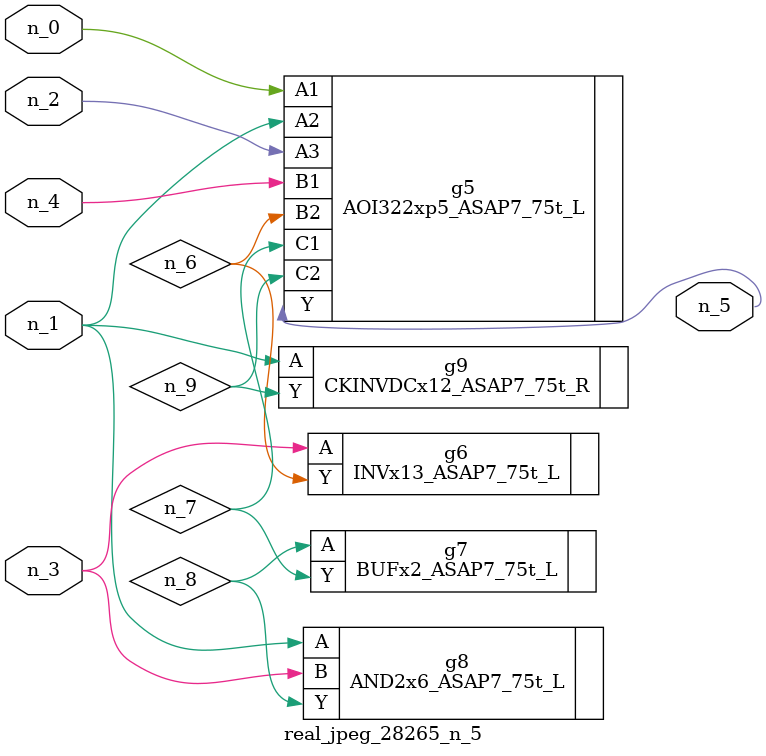
<source format=v>
module real_jpeg_28265_n_5 (n_4, n_0, n_1, n_2, n_3, n_5);

input n_4;
input n_0;
input n_1;
input n_2;
input n_3;

output n_5;

wire n_8;
wire n_6;
wire n_7;
wire n_9;

AOI322xp5_ASAP7_75t_L g5 ( 
.A1(n_0),
.A2(n_1),
.A3(n_2),
.B1(n_4),
.B2(n_6),
.C1(n_7),
.C2(n_9),
.Y(n_5)
);

AND2x6_ASAP7_75t_L g8 ( 
.A(n_1),
.B(n_3),
.Y(n_8)
);

CKINVDCx12_ASAP7_75t_R g9 ( 
.A(n_1),
.Y(n_9)
);

INVx13_ASAP7_75t_L g6 ( 
.A(n_3),
.Y(n_6)
);

BUFx2_ASAP7_75t_L g7 ( 
.A(n_8),
.Y(n_7)
);


endmodule
</source>
